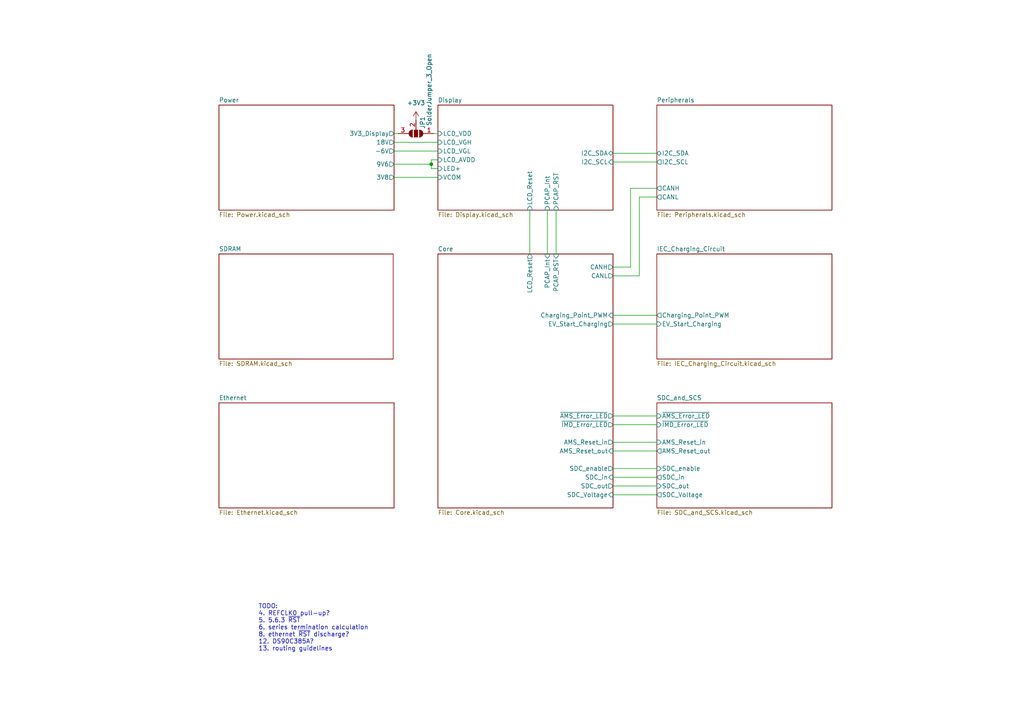
<source format=kicad_sch>
(kicad_sch (version 20231120) (generator "eeschema") (generator_version "8.0")
  (paper "A4")
  (lib_symbols
    (symbol "Jumper:SolderJumper_3_Open" (pin_names (offset 0) hide) (exclude_from_sim yes) (in_bom no)
      (property "Reference" "JP" (at -2.54 -2.54 0))
      (property "Value" "SolderJumper_3_Open" (at 0 2.794 0))
      (symbol "SolderJumper_3_Open_0_1"
        (arc (start -1.016 1.016) (mid -2.0276 0) (end -1.016 -1.016))
        (arc (start -1.016 1.016) (mid -2.0276 0) (end -1.016 -1.016) (fill (type outline)))
        (rectangle (start -0.508 1.016) (end 0.508 -1.016) (fill (type outline)))
        (polyline (pts (xy -2.54 0) (xy -2.032 0)))
        (polyline (pts (xy -1.016 1.016) (xy -1.016 -1.016)))
        (polyline (pts (xy 0 -1.27) (xy 0 -1.016)))
        (polyline (pts (xy 1.016 1.016) (xy 1.016 -1.016)))
        (polyline (pts (xy 2.54 0) (xy 2.032 0)))
        (arc (start 1.016 -1.016) (mid 2.0276 0) (end 1.016 1.016))
        (arc (start 1.016 -1.016) (mid 2.0276 0) (end 1.016 1.016) (fill (type outline)))
      )
      (symbol "SolderJumper_3_Open_1_1"
        (pin passive line (at -5.08 0 0) (length 2.54) (name "A") (number "1"))
        (pin passive line (at 0 -3.81 90) (length 2.54) (name "C") (number "2"))
        (pin passive line (at 5.08 0 180) (length 2.54) (name "B") (number "3"))
      )
    )
    (symbol "power:+3V3" (power) (pin_numbers hide) (pin_names (offset 0) hide)
      (property "Value" "+3V3" (at 0 3.556 0))
      (symbol "+3V3_0_1"
        (polyline (pts (xy -0.762 1.27) (xy 0 2.54)))
        (polyline (pts (xy 0 0) (xy 0 2.54)))
        (polyline (pts (xy 0 2.54) (xy 0.762 1.27)))
      )
      (symbol "+3V3_1_1"
        (pin power_in line (at 0 0 90) (length 0) (name "~") (number "1"))
      )
    )
  )
  (junction (at 125.095 47.625))
  (wire (pts (xy 177.8 44.45) (xy 190.5 44.45)))
  (wire (pts (xy 177.8 46.99) (xy 190.5 46.99)))
  (wire (pts (xy 177.8 93.98) (xy 190.5 93.98)))
  (wire (pts (xy 177.8 130.81) (xy 190.5 130.81)))
  (wire (pts (xy 182.88 54.61) (xy 190.5 54.61)))
  (wire (pts (xy 190.5 57.15) (xy 185.42 57.15)))
  (wire (pts (xy 114.3 47.625) (xy 125.095 47.625)))
  (wire (pts (xy 177.8 91.44) (xy 190.5 91.44)))
  (wire (pts (xy 125.095 46.355) (xy 125.095 47.625)))
  (wire (pts (xy 177.8 120.65) (xy 190.5 120.65)))
  (wire (pts (xy 177.8 77.47) (xy 182.88 77.47)))
  (wire (pts (xy 177.8 138.43) (xy 190.5 138.43)))
  (wire (pts (xy 114.3 38.735) (xy 115.57 38.735)))
  (wire (pts (xy 114.3 43.815) (xy 127 43.815)))
  (wire (pts (xy 127 46.355) (xy 125.095 46.355)))
  (wire (pts (xy 177.8 140.97) (xy 190.5 140.97)))
  (wire (pts (xy 182.88 77.47) (xy 182.88 54.61)))
  (wire (pts (xy 114.3 51.435) (xy 127 51.435)))
  (wire (pts (xy 177.8 135.89) (xy 190.5 135.89)))
  (wire (pts (xy 185.42 80.01) (xy 177.8 80.01)))
  (wire (pts (xy 153.67 60.96) (xy 153.67 73.66)))
  (wire (pts (xy 185.42 57.15) (xy 185.42 80.01)))
  (wire (pts (xy 125.095 48.895) (xy 127 48.895)))
  (wire (pts (xy 158.75 60.96) (xy 158.75 73.66)))
  (wire (pts (xy 161.29 60.96) (xy 161.29 73.66)))
  (wire (pts (xy 177.8 143.51) (xy 190.5 143.51)))
  (wire (pts (xy 114.3 41.275) (xy 127 41.275)))
  (wire (pts (xy 125.095 47.625) (xy 125.095 48.895)))
  (wire (pts (xy 177.8 123.19) (xy 190.5 123.19)))
  (wire (pts (xy 125.73 38.735) (xy 127 38.735)))
  (wire (pts (xy 177.8 128.27) (xy 190.5 128.27)))
  (text "TODO:\n4. REFCLK0 pull-up?\n5. 5.6.3 ~{RST}\n6. series termination calculation\n8. ethernet ~{RST} discharge?\n12. DS90C385A?\n13. routing guidelines" (at 74.93 182.118 0) (effects (font (size 1.27 1.27)) (justify left)))
  (symbol (lib_id "Jumper:SolderJumper_3_Open") (at 120.65 38.735 180) (unit 1) (exclude_from_sim yes) (in_bom no)
    (property "Reference" "JP1" (at 122.555 35.56 90))
    (property "Value" "SolderJumper_3_Open" (at 124.46 26.035 90))
    (property "Footprint" "Jumper:SolderJumper-3_P1.3mm_Open_RoundedPad1.0x1.5mm" (effects (hide yes)))
    (property "Description" "Solder Jumper, 3-pole, open" (effects (hide yes)))
  )
  (symbol (lib_id "power:+3V3") (at 120.65 34.925 0) (unit 1)
    (property "Reference" "#PWR01" (effects (hide yes)))
    (property "Value" "+3V3" (at 120.65 29.845 0))
    (property "Description" "Power symbol creates a global label with name \"+3V3\"" (effects (hide yes)))
  )
  (sheet (at 63.5 73.66) (size 50.546 30.48) (stroke (width 0.1524))
    (property "Sheetname" "SDRAM" (at 63.5 72.9484 0) (effects (justify left bottom)))
    (property "Sheetfile" "SDRAM.kicad_sch" (at 63.5 104.7246 0) (effects (justify left top)))
  )
  (sheet (at 127 30.48) (size 50.8 30.48) (stroke (width 0.1524))
    (property "Sheetname" "Display" (at 127 29.7684 0) (effects (justify left bottom)))
    (property "Sheetfile" "Display.kicad_sch" (at 127 61.5446 0) (effects (justify left top)))
    (pin "VCOM" input (at 127 51.435 180))
    (pin "LCD_VDD" input (at 127 38.735 180))
    (pin "LED+" input (at 127 48.895 180))
    (pin "I2C_SCL" input (at 177.8 46.99 0))
    (pin "PCAP_Int" input (at 158.75 60.96 270))
    (pin "I2C_SDA" bidirectional (at 177.8 44.45 0))
    (pin "PCAP_RST" input (at 161.29 60.96 270))
    (pin "LCD_VGH" input (at 127 41.275 180))
    (pin "LCD_VGL" input (at 127 43.815 180))
    (pin "LCD_AVDD" input (at 127 46.355 180))
    (pin "LCD_Reset" input (at 153.67 60.96 270))
  )
  (sheet (at 127 73.66) (size 50.8 73.66) (stroke (width 0.1524))
    (property "Sheetname" "Core" (at 127 72.9484 0) (effects (justify left bottom)))
    (property "Sheetfile" "Core.kicad_sch" (at 127 147.9046 0) (effects (justify left top)))
    (pin "PCAP_RST" input (at 161.29 73.66 90))
    (pin "PCAP_Int" input (at 158.75 73.66 90))
    (pin "CANH" output (at 177.8 77.47 0))
    (pin "CANL" output (at 177.8 80.01 0))
    (pin "~{AMS_Error_LED}" output (at 177.8 120.65 0))
    (pin "~{IMD_Error_LED}" output (at 177.8 123.19 0))
    (pin "SDC_enable" output (at 177.8 135.89 0))
    (pin "AMS_Reset_out" input (at 177.8 130.81 0))
    (pin "SDC_Voltage" input (at 177.8 143.51 0))
    (pin "SDC_in" input (at 177.8 138.43 0))
    (pin "SDC_out" output (at 177.8 140.97 0))
    (pin "AMS_Reset_in" output (at 177.8 128.27 0))
    (pin "EV_Start_Charging" output (at 177.8 93.98 0))
    (pin "Charging_Point_PWM" input (at 177.8 91.44 0))
    (pin "LCD_Reset" output (at 153.67 73.66 90))
  )
  (sheet (at 63.5 116.84) (size 50.8 30.48) (stroke (width 0.1524))
    (property "Sheetname" "Ethernet" (at 63.5 116.1284 0) (effects (justify left bottom)))
    (property "Sheetfile" "Ethernet.kicad_sch" (at 63.5 147.9046 0) (effects (justify left top)))
  )
  (sheet (at 190.5 116.84) (size 50.8 30.48) (stroke (width 0.1524))
    (property "Sheetname" "SDC_and_SCS" (at 190.5 116.1284 0) (effects (justify left bottom)))
    (property "Sheetfile" "SDC_and_SCS.kicad_sch" (at 190.5 147.9046 0) (effects (justify left top)))
    (pin "~{IMD_Error_LED}" input (at 190.5 123.19 180))
    (pin "~{AMS_Error_LED}" input (at 190.5 120.65 180))
    (pin "AMS_Reset_in" input (at 190.5 128.27 180))
    (pin "AMS_Reset_out" output (at 190.5 130.81 180))
    (pin "SDC_enable" input (at 190.5 135.89 180))
    (pin "SDC_in" output (at 190.5 138.43 180))
    (pin "SDC_Voltage" output (at 190.5 143.51 180))
    (pin "SDC_out" input (at 190.5 140.97 180))
  )
  (sheet (at 190.5 30.48) (size 50.8 30.48) (stroke (width 0.1524))
    (property "Sheetname" "Peripherals" (at 190.5 29.7684 0) (effects (justify left bottom)))
    (property "Sheetfile" "Peripherals.kicad_sch" (at 190.5 61.5446 0) (effects (justify left top)))
    (pin "CANL" output (at 190.5 57.15 180))
    (pin "I2C_SDA" bidirectional (at 190.5 44.45 180))
    (pin "I2C_SCL" output (at 190.5 46.99 180))
    (pin "CANH" output (at 190.5 54.61 180))
  )
  (sheet (at 190.5 73.66) (size 50.8 30.48) (stroke (width 0.1524))
    (property "Sheetname" "IEC_Charging_Circuit" (at 190.5 72.9484 0) (effects (justify left bottom)))
    (property "Sheetfile" "IEC_Charging_Circuit.kicad_sch" (at 190.5 104.7246 0) (effects (justify left top)))
    (pin "Charging_Point_PWM" output (at 190.5 91.44 180))
    (pin "EV_Start_Charging" input (at 190.5 93.98 180))
  )
  (sheet (at 63.5 30.48) (size 50.8 30.48) (stroke (width 0.1524))
    (property "Sheetname" "Power" (at 63.5 29.7684 0) (effects (justify left bottom)))
    (property "Sheetfile" "Power.kicad_sch" (at 63.5 61.5446 0) (effects (justify left top)))
    (pin "3V3_Display" output (at 114.3 38.735 0))
    (pin "3V8" output (at 114.3 51.435 0))
    (pin "18V" output (at 114.3 41.275 0))
    (pin "-6V" output (at 114.3 43.815 0))
    (pin "9V6" output (at 114.3 47.625 0))
  )
)
</source>
